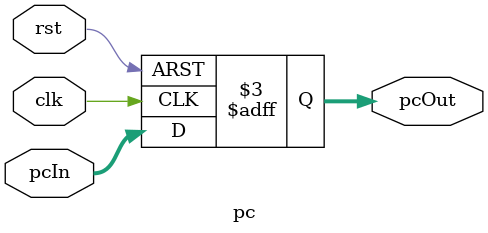
<source format=v>
`timescale 1ns / 1ps


module pc(
    input clk,
    input rst, 
    input [7:0] pcIn, 
    output reg [7:0] pcOut
    );
  
  always @(posedge clk, negedge rst) 
  begin
    if(rst == 0)
        pcOut <= 0;
    else
        pcOut <= pcIn;
  end

endmodule

</source>
